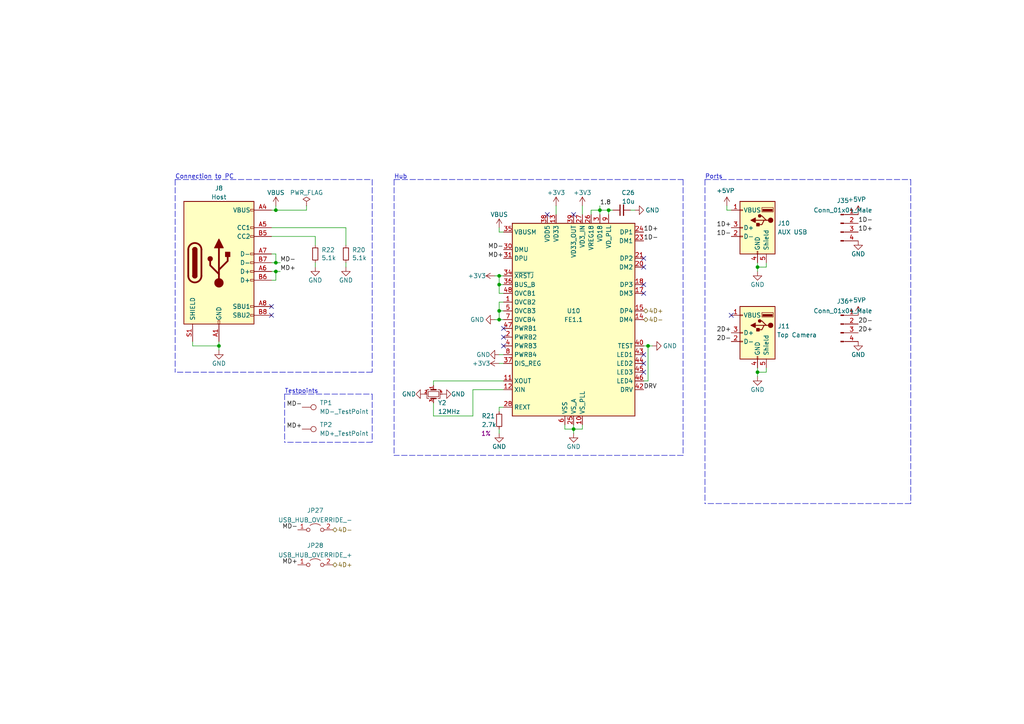
<source format=kicad_sch>
(kicad_sch (version 20211123) (generator eeschema)
  (paper "A4")
  (title_block (title "LumenPnP Motherboard") (date "2022-03-29") (rev "003") (company "Opulo"))
  (lib_symbols
    (symbol "Connector:Conn_01x04_Male" (pin_names (offset 1.016) hide)
      (property "Reference" "J" (at 0 5.08 0))
      (property "Value" "Conn_01x04_Male" (at 0 -7.62 0))
      (symbol "Conn_01x04_Male_1_1"
        (polyline (pts (xy 1.27 -5.08) (xy 0.8636 -5.08)) (stroke (width 0.1524)))
        (polyline (pts (xy 1.27 -2.54) (xy 0.8636 -2.54)) (stroke (width 0.1524)))
        (polyline (pts (xy 1.27 0) (xy 0.8636 0)) (stroke (width 0.1524)))
        (polyline (pts (xy 1.27 2.54) (xy 0.8636 2.54)) (stroke (width 0.1524)))
        (rectangle (start 0.8636 -4.953) (end 0 -5.207) (stroke (width 0.1524)) (fill (type outline)))
        (rectangle (start 0.8636 -2.413) (end 0 -2.667) (stroke (width 0.1524)) (fill (type outline)))
        (rectangle (start 0.8636 0.127) (end 0 -0.127) (stroke (width 0.1524)) (fill (type outline)))
        (rectangle (start 0.8636 2.667) (end 0 2.413) (stroke (width 0.1524)) (fill (type outline)))
        (pin passive line (at 5.08 2.54 180) (length 3.81) (name "Pin_1") (number "1"))
        (pin passive line (at 5.08 0 180) (length 3.81) (name "Pin_2") (number "2"))
        (pin passive line (at 5.08 -2.54 180) (length 3.81) (name "Pin_3") (number "3"))
        (pin passive line (at 5.08 -5.08 180) (length 3.81) (name "Pin_4") (number "4"))
      )
    )
    (symbol "Connector:TestPoint" (pin_numbers hide) (pin_names (offset 0.762) hide)
      (property "Reference" "TP" (at 0 6.858 0))
      (property "Value" "TestPoint" (at 0 5.08 0))
      (symbol "TestPoint_0_1"
        (circle (center 0 3.302) (radius 0.762))
      )
      (symbol "TestPoint_1_1"
        (pin passive line (at 0 0 90) (length 2.54) (name "1") (number "1"))
      )
    )
    (symbol "Connector:USB_A" (pin_names (offset 1.016))
      (property "Reference" "J" (at -5.08 11.43 0))
      (property "Value" "USB_A" (at -5.08 8.89 0))
      (symbol "USB_A_0_1"
        (rectangle (start -5.08 -7.62) (end 5.08 7.62) (stroke (width 0.254)) (fill (type background)))
        (circle (center -3.81 2.159) (radius 0.635) (stroke (width 0.254)) (fill (type outline)))
        (rectangle (start -1.524 4.826) (end -4.318 5.334) (fill (type outline)))
        (rectangle (start -1.27 4.572) (end -4.572 5.842))
        (circle (center -0.635 3.429) (radius 0.381) (stroke (width 0.254)) (fill (type outline)))
        (rectangle (start -0.127 -7.62) (end 0.127 -6.858))
        (polyline (pts (xy -3.175 2.159) (xy -2.54 2.159) (xy -1.27 3.429) (xy -0.635 3.429)) (stroke (width 0.254)))
        (polyline (pts (xy -2.54 2.159) (xy -1.905 2.159) (xy -1.27 0.889) (xy 0 0.889)) (stroke (width 0.254)))
        (polyline (pts (xy 0.635 2.794) (xy 0.635 1.524) (xy 1.905 2.159) (xy 0.635 2.794)) (stroke (width 0.254)) (fill (type outline)))
        (rectangle (start 0.254 1.27) (end -0.508 0.508) (stroke (width 0.254)) (fill (type outline)))
        (rectangle (start 5.08 -2.667) (end 4.318 -2.413))
        (rectangle (start 5.08 -0.127) (end 4.318 0.127))
        (rectangle (start 5.08 4.953) (end 4.318 5.207))
      )
      (symbol "USB_A_1_1"
        (polyline (pts (xy -1.905 2.159) (xy 0.635 2.159)) (stroke (width 0.254)))
        (pin power_in line (at 7.62 5.08 180) (length 2.54) (name "VBUS") (number "1"))
        (pin bidirectional line (at 7.62 -2.54 180) (length 2.54) (name "D-") (number "2"))
        (pin bidirectional line (at 7.62 0 180) (length 2.54) (name "D+") (number "3"))
        (pin power_in line (at 0 -10.16 90) (length 2.54) (name "GND") (number "4"))
        (pin passive line (at -2.54 -10.16 90) (length 2.54) (name "Shield") (number "5"))
      )
    )
    (symbol "Connector:USB_C_Receptacle_USB2.0" (pin_names (offset 1.016))
      (property "Reference" "J" (at -10.16 19.05 0))
      (property "Value" "USB_C_Receptacle_USB2.0" (at 19.05 19.05 0))
      (symbol "USB_C_Receptacle_USB2.0_0_0"
        (rectangle (start -0.254 -17.78) (end 0.254 -16.764))
        (rectangle (start 10.16 -14.986) (end 9.144 -15.494))
        (rectangle (start 10.16 -12.446) (end 9.144 -12.954))
        (rectangle (start 10.16 -4.826) (end 9.144 -5.334))
        (rectangle (start 10.16 -2.286) (end 9.144 -2.794))
        (rectangle (start 10.16 0.254) (end 9.144 -0.254))
        (rectangle (start 10.16 2.794) (end 9.144 2.286))
        (rectangle (start 10.16 7.874) (end 9.144 7.366))
        (rectangle (start 10.16 10.414) (end 9.144 9.906))
        (rectangle (start 10.16 15.494) (end 9.144 14.986))
      )
      (symbol "USB_C_Receptacle_USB2.0_0_1"
        (rectangle (start -10.16 17.78) (end 10.16 -17.78) (stroke (width 0.254)) (fill (type background)))
        (arc (start -8.89 -3.81) (mid -6.985 -5.715) (end -5.08 -3.81) (stroke (width 0.508)))
        (arc (start -7.62 -3.81) (mid -6.985 -4.445) (end -6.35 -3.81) (stroke (width 0.254)))
        (arc (start -7.62 -3.81) (mid -6.985 -4.445) (end -6.35 -3.81) (stroke (width 0.254)) (fill (type outline)))
        (rectangle (start -7.62 -3.81) (end -6.35 3.81) (stroke (width 0.254)) (fill (type outline)))
        (arc (start -6.35 3.81) (mid -6.985 4.445) (end -7.62 3.81) (stroke (width 0.254)))
        (arc (start -6.35 3.81) (mid -6.985 4.445) (end -7.62 3.81) (stroke (width 0.254)) (fill (type outline)))
        (arc (start -5.08 3.81) (mid -6.985 5.715) (end -8.89 3.81) (stroke (width 0.508)))
        (circle (center -2.54 1.143) (radius 0.635) (stroke (width 0.254)) (fill (type outline)))
        (circle (center 0 -5.842) (radius 1.27) (fill (type outline)))
        (polyline (pts (xy -8.89 -3.81) (xy -8.89 3.81)) (stroke (width 0.508)))
        (polyline (pts (xy -5.08 3.81) (xy -5.08 -3.81)) (stroke (width 0.508)))
        (polyline (pts (xy 0 -5.842) (xy 0 4.318)) (stroke (width 0.508)))
        (polyline (pts (xy 0 -3.302) (xy -2.54 -0.762) (xy -2.54 0.508)) (stroke (width 0.508)))
        (polyline (pts (xy 0 -2.032) (xy 2.54 0.508) (xy 2.54 1.778)) (stroke (width 0.508)))
        (polyline (pts (xy -1.27 4.318) (xy 0 6.858) (xy 1.27 4.318) (xy -1.27 4.318)) (stroke (width 0.254)) (fill (type outline)))
        (rectangle (start 1.905 1.778) (end 3.175 3.048) (stroke (width 0.254)) (fill (type outline)))
      )
      (symbol "USB_C_Receptacle_USB2.0_1_1"
        (pin passive line (at 0 -22.86 90) (length 5.08) (name "GND") (number "A1"))
        (pin passive line (at 0 -22.86 90) (length 5.08) hide (name "GND") (number "A12"))
        (pin passive line (at 15.24 15.24 180) (length 5.08) (name "VBUS") (number "A4"))
        (pin bidirectional line (at 15.24 10.16 180) (length 5.08) (name "CC1") (number "A5"))
        (pin bidirectional line (at 15.24 -2.54 180) (length 5.08) (name "D+") (number "A6"))
        (pin bidirectional line (at 15.24 2.54 180) (length 5.08) (name "D-") (number "A7"))
        (pin bidirectional line (at 15.24 -12.7 180) (length 5.08) (name "SBU1") (number "A8"))
        (pin passive line (at 15.24 15.24 180) (length 5.08) hide (name "VBUS") (number "A9"))
        (pin passive line (at 0 -22.86 90) (length 5.08) hide (name "GND") (number "B1"))
        (pin passive line (at 0 -22.86 90) (length 5.08) hide (name "GND") (number "B12"))
        (pin passive line (at 15.24 15.24 180) (length 5.08) hide (name "VBUS") (number "B4"))
        (pin bidirectional line (at 15.24 7.62 180) (length 5.08) (name "CC2") (number "B5"))
        (pin bidirectional line (at 15.24 -5.08 180) (length 5.08) (name "D+") (number "B6"))
        (pin bidirectional line (at 15.24 0 180) (length 5.08) (name "D-") (number "B7"))
        (pin bidirectional line (at 15.24 -15.24 180) (length 5.08) (name "SBU2") (number "B8"))
        (pin passive line (at 15.24 15.24 180) (length 5.08) hide (name "VBUS") (number "B9"))
        (pin passive line (at -7.62 -22.86 90) (length 5.08) (name "SHIELD") (number "S1"))
      )
    )
    (symbol "Device:C_Small" (pin_numbers hide) (pin_names (offset 0.254) hide)
      (property "Reference" "C" (at 0.254 1.778 0))
      (property "Value" "C_Small" (at 0.254 -2.032 0))
      (symbol "C_Small_0_1"
        (polyline (pts (xy -1.524 -0.508) (xy 1.524 -0.508)) (stroke (width 0.3302)))
        (polyline (pts (xy -1.524 0.508) (xy 1.524 0.508)) (stroke (width 0.3048)))
      )
      (symbol "C_Small_1_1"
        (pin passive line (at 0 2.54 270) (length 2.032) (name "~") (number "1"))
        (pin passive line (at 0 -2.54 90) (length 2.032) (name "~") (number "2"))
      )
    )
    (symbol "Device:Crystal_GND24_Small" (pin_names (offset 1.016) hide)
      (property "Reference" "Y" (at 1.27 4.445 0))
      (property "Value" "Crystal_GND24_Small" (at 1.27 2.54 0))
      (symbol "Crystal_GND24_Small_0_1"
        (rectangle (start -0.762 -1.524) (end 0.762 1.524))
        (polyline (pts (xy -1.27 -0.762) (xy -1.27 0.762)) (stroke (width 0.381)))
        (polyline (pts (xy 1.27 -0.762) (xy 1.27 0.762)) (stroke (width 0.381)))
        (polyline (pts (xy -1.27 -1.27) (xy -1.27 -1.905) (xy 1.27 -1.905) (xy 1.27 -1.27)))
        (polyline (pts (xy -1.27 1.27) (xy -1.27 1.905) (xy 1.27 1.905) (xy 1.27 1.27)))
      )
      (symbol "Crystal_GND24_Small_1_1"
        (pin passive line (at -2.54 0 0) (length 1.27) (name "1") (number "1"))
        (pin passive line (at 0 -2.54 90) (length 0.635) (name "2") (number "2"))
        (pin passive line (at 2.54 0 180) (length 1.27) (name "3") (number "3"))
        (pin passive line (at 0 2.54 270) (length 0.635) (name "4") (number "4"))
      )
    )
    (symbol "Device:R_Small" (pin_numbers hide) (pin_names (offset 0.254) hide)
      (property "Reference" "R" (at 0.762 0.508 0))
      (property "Value" "R_Small" (at 0.762 -1.016 0))
      (symbol "R_Small_0_1"
        (rectangle (start -0.762 1.778) (end 0.762 -1.778) (stroke (width 0.2032)))
      )
      (symbol "R_Small_1_1"
        (pin passive line (at 0 2.54 270) (length 0.762) (name "~") (number "1"))
        (pin passive line (at 0 -2.54 90) (length 0.762) (name "~") (number "2"))
      )
    )
    (symbol "Jumper:Jumper_2_Open" (pin_names (offset 0) hide)
      (property "Reference" "JP" (at 0 2.794 0))
      (property "Value" "Jumper_2_Open" (at 0 -2.286 0))
      (symbol "Jumper_2_Open_0_0"
        (circle (center -2.032 0) (radius 0.508))
        (circle (center 2.032 0) (radius 0.508))
      )
      (symbol "Jumper_2_Open_0_1"
        (arc (start 1.524 1.27) (mid 0 1.778) (end -1.524 1.27))
      )
      (symbol "Jumper_2_Open_1_1"
        (pin passive line (at -5.08 0 0) (length 2.54) (name "A") (number "1"))
        (pin passive line (at 5.08 0 180) (length 2.54) (name "B") (number "2"))
      )
    )
    (symbol "index:FE1.1"
      (property "Reference" "U" (at -13.97 26.67 0))
      (property "Value" "FE1.1" (at 15.24 27.94 0))
      (symbol "FE1.1_0_1"
        (rectangle (start -17.78 25.4) (end 17.78 -30.48) (stroke (width 0.254)) (fill (type background)))
      )
      (symbol "FE1.1_1_1"
        (pin input line (at -20.32 2.54 0) (length 2.54) (name "OVCB2") (number "1"))
        (pin power_in line (at 2.54 -33.02 90) (length 2.54) (name "VS_PLL") (number "10"))
        (pin output line (at -20.32 -20.32 0) (length 2.54) (name "XOUT") (number "11"))
        (pin input line (at -20.32 -22.86 0) (length 2.54) (name "XIN") (number "12"))
        (pin power_in line (at -5.08 27.94 270) (length 2.54) (name "VD33") (number "13"))
        (pin bidirectional line (at 20.32 -2.54 180) (length 2.54) (name "DM4") (number "14"))
        (pin bidirectional line (at 20.32 0 180) (length 2.54) (name "DP4") (number "15"))
        (pin passive line (at -2.54 -33.02 90) (length 2.54) hide (name "VSS") (number "16"))
        (pin bidirectional line (at 20.32 5.08 180) (length 2.54) (name "DM3") (number "17"))
        (pin bidirectional line (at 20.32 7.62 180) (length 2.54) (name "DP3") (number "18"))
        (pin passive line (at -5.08 27.94 270) (length 2.54) hide (name "VD33") (number "19"))
        (pin input line (at -20.32 -7.62 0) (length 2.54) (name "PWRB2") (number "2"))
        (pin bidirectional line (at 20.32 12.7 180) (length 2.54) (name "DM2") (number "20"))
        (pin bidirectional line (at 20.32 15.24 180) (length 2.54) (name "DP2") (number "21"))
        (pin passive line (at -2.54 -33.02 90) (length 2.54) hide (name "VSS") (number "22"))
        (pin bidirectional line (at 20.32 20.32 180) (length 2.54) (name "DM1") (number "23"))
        (pin bidirectional line (at 20.32 22.86 180) (length 2.54) (name "DP1") (number "24"))
        (pin power_in line (at 0 -33.02 90) (length 2.54) (name "VS_A") (number "25"))
        (pin power_out line (at 5.08 27.94 270) (length 2.54) (name "VREG18") (number "26"))
        (pin power_in line (at 2.54 27.94 270) (length 2.54) (name "VD3_IN") (number "27"))
        (pin passive line (at -20.32 -27.94 0) (length 2.54) (name "REXT") (number "28"))
        (pin passive line (at 7.62 27.94 270) (length 2.54) hide (name "VD18") (number "29"))
        (pin power_in line (at 7.62 27.94 270) (length 2.54) (name "VD18") (number "3"))
        (pin bidirectional line (at -20.32 17.78 0) (length 2.54) (name "DMU") (number "30"))
        (pin bidirectional line (at -20.32 15.24 0) (length 2.54) (name "DPU") (number "31"))
        (pin passive line (at -5.08 27.94 270) (length 2.54) hide (name "VD33") (number "32"))
        (pin passive line (at -2.54 -33.02 90) (length 2.54) hide (name "VSS") (number "33"))
        (pin input line (at -20.32 10.16 0) (length 2.54) (name "~{XRSTJ}") (number "34"))
        (pin input line (at -20.32 22.86 0) (length 2.54) (name "VBUSM") (number "35"))
        (pin input line (at -20.32 7.62 0) (length 2.54) (name "BUS_B") (number "36"))
        (pin input line (at -20.32 -15.24 0) (length 2.54) (name "DIS_REG") (number "37"))
        (pin power_in line (at -7.62 27.94 270) (length 2.54) (name "VDD5") (number "38"))
        (pin power_out line (at 0 27.94 270) (length 2.54) (name "VD33_OUT") (number "39"))
        (pin input line (at -20.32 -10.16 0) (length 2.54) (name "PWRB3") (number "4"))
        (pin input line (at 20.32 -10.16 180) (length 2.54) (name "TEST") (number "40"))
        (pin passive line (at -5.08 27.94 270) (length 2.54) hide (name "VD33") (number "41"))
        (pin passive line (at 20.32 -22.86 180) (length 2.54) (name "DRV") (number "42"))
        (pin passive line (at 20.32 -12.7 180) (length 2.54) (name "LED1") (number "43"))
        (pin passive line (at 20.32 -15.24 180) (length 2.54) (name "LED2") (number "44"))
        (pin passive line (at 20.32 -17.78 180) (length 2.54) (name "LED3") (number "45"))
        (pin passive line (at 20.32 -20.32 180) (length 2.54) (name "LED4") (number "46"))
        (pin input line (at -20.32 -5.08 0) (length 2.54) (name "PWRB1") (number "47"))
        (pin input line (at -20.32 5.08 0) (length 2.54) (name "OVCB1") (number "48"))
        (pin input line (at -20.32 0 0) (length 2.54) (name "OVCB3") (number "5"))
        (pin power_in line (at -2.54 -33.02 90) (length 2.54) (name "VSS") (number "6"))
        (pin input line (at -20.32 -2.54 0) (length 2.54) (name "OVCB4") (number "7"))
        (pin input line (at -20.32 -12.7 0) (length 2.54) (name "PWRB4") (number "8"))
        (pin power_in line (at 10.16 27.94 270) (length 2.54) (name "VD_PLL") (number "9"))
      )
    )
    (symbol "power:+3.3V" (power) (pin_names (offset 0))
      (property "Value" "+3.3V" (at 0 3.556 0))
      (symbol "+3.3V_0_1"
        (polyline (pts (xy -0.762 1.27) (xy 0 2.54)))
        (polyline (pts (xy 0 0) (xy 0 2.54)))
        (polyline (pts (xy 0 2.54) (xy 0.762 1.27)))
      )
      (symbol "+3.3V_1_1"
        (pin power_in line (at 0 0 90) (length 0) hide (name "+3V3") (number "1"))
      )
    )
    (symbol "power:+5VP" (power) (pin_names (offset 0))
      (property "Value" "+5VP" (at 0 3.556 0))
      (symbol "+5VP_0_1"
        (polyline (pts (xy -0.762 1.27) (xy 0 2.54)))
        (polyline (pts (xy 0 0) (xy 0 2.54)))
        (polyline (pts (xy 0 2.54) (xy 0.762 1.27)))
      )
      (symbol "+5VP_1_1"
        (pin power_in line (at 0 0 90) (length 0) hide (name "+5VP") (number "1"))
      )
    )
    (symbol "power:GND" (power) (pin_names (offset 0))
      (property "Value" "GND" (at 0 -3.81 0))
      (symbol "GND_0_1"
        (polyline (pts (xy 0 0) (xy 0 -1.27) (xy 1.27 -1.27) (xy 0 -2.54) (xy -1.27 -1.27) (xy 0 -1.27)))
      )
      (symbol "GND_1_1"
        (pin power_in line (at 0 0 270) (length 0) hide (name "GND") (number "1"))
      )
    )
    (symbol "power:PWR_FLAG" (power) (pin_numbers hide) (pin_names (offset 0) hide)
      (property "Value" "PWR_FLAG" (at 0 3.81 0))
      (symbol "PWR_FLAG_0_0"
        (pin power_out line (at 0 0 90) (length 0) (name "pwr") (number "1"))
      )
      (symbol "PWR_FLAG_0_1"
        (polyline (pts (xy 0 0) (xy 0 1.27) (xy -1.016 1.905) (xy 0 2.54) (xy 1.016 1.905) (xy 0 1.27)))
      )
    )
    (symbol "power:VBUS" (power) (pin_names (offset 0))
      (property "Value" "VBUS" (at 0 3.81 0))
      (symbol "VBUS_0_1"
        (polyline (pts (xy -0.762 1.27) (xy 0 2.54)))
        (polyline (pts (xy 0 0) (xy 0 2.54)))
        (polyline (pts (xy 0 2.54) (xy 0.762 1.27)))
      )
      (symbol "VBUS_1_1"
        (pin power_in line (at 0 0 90) (length 0) hide (name "VBUS") (number "1"))
      )
    )
  )
  (junction (at 144.78 92.71))
  (junction (at 144.78 90.17))
  (junction (at 80.01 60.96))
  (junction (at 80.01 78.74))
  (junction (at 144.78 80.01))
  (junction (at 173.99 60.96))
  (junction (at 219.71 77.47))
  (junction (at 219.71 107.95))
  (junction (at 166.37 124.46))
  (junction (at 176.53 60.96))
  (junction (at 63.5 100.33))
  (junction (at 80.01 76.2))
  (junction (at 187.96 100.33))
  (junction (at 144.78 82.55))
  (no_connect (at 146.05 97.79))
  (no_connect (at 186.69 105.41))
  (no_connect (at 212.09 91.44))
  (no_connect (at 78.74 91.44))
  (no_connect (at 186.69 102.87))
  (no_connect (at 78.74 88.9))
  (no_connect (at 146.05 95.25))
  (no_connect (at 158.75 62.23))
  (no_connect (at 146.05 100.33))
  (no_connect (at 186.69 74.93))
  (no_connect (at 186.69 77.47))
  (no_connect (at 186.69 82.55))
  (no_connect (at 186.69 85.09))
  (no_connect (at 166.37 62.23))
  (no_connect (at 186.69 107.95))
  (wire (pts (xy 55.88 99.06) (xy 55.88 100.33)))
  (wire (pts (xy 219.71 77.47) (xy 222.25 77.47)))
  (wire (pts (xy 125.73 116.84) (xy 125.73 120.65)))
  (wire (pts (xy 173.99 60.96) (xy 176.53 60.96)))
  (polyline (pts (xy 107.95 52.07) (xy 107.95 107.95)))
  (wire (pts (xy 63.5 99.06) (xy 63.5 100.33)))
  (wire (pts (xy 125.73 120.65) (xy 137.16 120.65)))
  (wire (pts (xy 146.05 67.31) (xy 144.78 67.31)))
  (polyline (pts (xy 204.47 52.07) (xy 264.16 52.07)))
  (wire (pts (xy 144.78 85.09) (xy 146.05 85.09)))
  (wire (pts (xy 137.16 113.03) (xy 146.05 113.03)))
  (wire (pts (xy 176.53 60.96) (xy 177.8 60.96)))
  (wire (pts (xy 219.71 107.95) (xy 219.71 109.22)))
  (wire (pts (xy 78.74 66.04) (xy 100.33 66.04)))
  (wire (pts (xy 80.01 60.96) (xy 78.74 60.96)))
  (wire (pts (xy 80.01 76.2) (xy 81.28 76.2)))
  (polyline (pts (xy 114.3 52.07) (xy 114.3 132.08)))
  (polyline (pts (xy 82.55 114.3) (xy 82.55 128.27)))
  (wire (pts (xy 187.96 100.33) (xy 189.23 100.33)))
  (wire (pts (xy 144.78 80.01) (xy 146.05 80.01)))
  (wire (pts (xy 146.05 110.49) (xy 125.73 110.49)))
  (wire (pts (xy 144.78 90.17) (xy 144.78 92.71)))
  (wire (pts (xy 144.78 124.46) (xy 144.78 125.73)))
  (wire (pts (xy 222.25 106.68) (xy 222.25 107.95)))
  (wire (pts (xy 222.25 107.95) (xy 219.71 107.95)))
  (wire (pts (xy 144.78 87.63) (xy 144.78 90.17)))
  (polyline (pts (xy 204.47 52.07) (xy 204.47 146.05)))
  (wire (pts (xy 137.16 120.65) (xy 137.16 113.03)))
  (wire (pts (xy 144.78 118.11) (xy 144.78 119.38)))
  (wire (pts (xy 173.99 60.96) (xy 173.99 62.23)))
  (wire (pts (xy 219.71 106.68) (xy 219.71 107.95)))
  (wire (pts (xy 80.01 78.74) (xy 81.28 78.74)))
  (wire (pts (xy 80.01 81.28) (xy 78.74 81.28)))
  (wire (pts (xy 163.83 124.46) (xy 166.37 124.46)))
  (wire (pts (xy 222.25 76.2) (xy 222.25 77.47)))
  (wire (pts (xy 91.44 68.58) (xy 78.74 68.58)))
  (wire (pts (xy 146.05 90.17) (xy 144.78 90.17)))
  (wire (pts (xy 182.88 60.96) (xy 184.15 60.96)))
  (wire (pts (xy 219.71 77.47) (xy 219.71 78.74)))
  (wire (pts (xy 91.44 71.12) (xy 91.44 68.58)))
  (wire (pts (xy 171.45 60.96) (xy 173.99 60.96)))
  (wire (pts (xy 100.33 66.04) (xy 100.33 71.12)))
  (wire (pts (xy 78.74 76.2) (xy 80.01 76.2)))
  (polyline (pts (xy 50.8 52.07) (xy 50.8 107.95)))
  (wire (pts (xy 168.91 59.69) (xy 168.91 62.23)))
  (wire (pts (xy 210.82 59.69) (xy 210.82 60.96)))
  (polyline (pts (xy 107.95 114.3) (xy 107.95 128.27)))
  (wire (pts (xy 63.5 100.33) (xy 55.88 100.33)))
  (wire (pts (xy 187.96 110.49) (xy 187.96 100.33)))
  (wire (pts (xy 166.37 124.46) (xy 168.91 124.46)))
  (wire (pts (xy 144.78 82.55) (xy 144.78 85.09)))
  (polyline (pts (xy 82.55 114.3) (xy 107.95 114.3)))
  (wire (pts (xy 125.73 110.49) (xy 125.73 111.76)))
  (wire (pts (xy 168.91 123.19) (xy 168.91 124.46)))
  (polyline (pts (xy 107.95 107.95) (xy 50.8 107.95)))
  (wire (pts (xy 163.83 123.19) (xy 163.83 124.46)))
  (wire (pts (xy 143.51 80.01) (xy 144.78 80.01)))
  (polyline (pts (xy 264.16 52.07) (xy 264.16 146.05)))
  (wire (pts (xy 146.05 87.63) (xy 144.78 87.63)))
  (wire (pts (xy 80.01 59.69) (xy 80.01 60.96)))
  (wire (pts (xy 173.99 59.69) (xy 173.99 60.96)))
  (wire (pts (xy 144.78 105.41) (xy 146.05 105.41)))
  (polyline (pts (xy 264.16 146.05) (xy 204.47 146.05)))
  (wire (pts (xy 161.29 59.69) (xy 161.29 62.23)))
  (wire (pts (xy 171.45 62.23) (xy 171.45 60.96)))
  (wire (pts (xy 80.01 78.74) (xy 80.01 81.28)))
  (polyline (pts (xy 198.12 132.08) (xy 114.3 132.08)))
  (wire (pts (xy 80.01 60.96) (xy 88.9 60.96)))
  (wire (pts (xy 78.74 73.66) (xy 80.01 73.66)))
  (wire (pts (xy 176.53 60.96) (xy 176.53 62.23)))
  (wire (pts (xy 144.78 102.87) (xy 146.05 102.87)))
  (wire (pts (xy 219.71 76.2) (xy 219.71 77.47)))
  (wire (pts (xy 166.37 124.46) (xy 166.37 125.73)))
  (wire (pts (xy 88.9 59.69) (xy 88.9 60.96)))
  (polyline (pts (xy 50.8 52.07) (xy 107.95 52.07)))
  (wire (pts (xy 186.69 100.33) (xy 187.96 100.33)))
  (wire (pts (xy 146.05 118.11) (xy 144.78 118.11)))
  (wire (pts (xy 143.51 92.71) (xy 144.78 92.71)))
  (wire (pts (xy 144.78 92.71) (xy 146.05 92.71)))
  (wire (pts (xy 63.5 100.33) (xy 63.5 101.6)))
  (wire (pts (xy 186.69 110.49) (xy 187.96 110.49)))
  (wire (pts (xy 144.78 80.01) (xy 144.78 82.55)))
  (wire (pts (xy 210.82 60.96) (xy 212.09 60.96)))
  (polyline (pts (xy 114.3 52.07) (xy 198.12 52.07)))
  (wire (pts (xy 78.74 78.74) (xy 80.01 78.74)))
  (wire (pts (xy 91.44 76.2) (xy 91.44 77.47)))
  (polyline (pts (xy 198.12 52.07) (xy 198.12 132.08)))
  (wire (pts (xy 144.78 67.31) (xy 144.78 66.04)))
  (wire (pts (xy 80.01 73.66) (xy 80.01 76.2)))
  (wire (pts (xy 166.37 123.19) (xy 166.37 124.46)))
  (wire (pts (xy 100.33 76.2) (xy 100.33 77.47)))
  (polyline (pts (xy 107.95 128.27) (xy 82.55 128.27)))
  (wire (pts (xy 144.78 82.55) (xy 146.05 82.55)))
  (text "Hub" (at 114.3 52.07 0) (effects (font (size 1.27 1.27)) (justify left bottom)))
  (text "Testpoints" (at 82.55 114.3 0) (effects (font (size 1.27 1.27)) (justify left bottom)))
  (text "Ports" (at 204.47 52.07 0) (effects (font (size 1.27 1.27)) (justify left bottom)))
  (text "Connection to PC" (at 50.8 52.07 0) (effects (font (size 1.27 1.27)) (justify left bottom)))
  (label "MD-" (at 86.36 153.67 180))
  (label "MD-" (at 146.05 72.39 180))
  (label "MD-" (at 81.28 76.2 0))
  (label "1D+" (at 212.09 66.04 180))
  (label "1D+" (at 248.92 67.31 0))
  (label "1.8" (at 173.99 59.69 0))
  (label "1D-" (at 186.69 69.85 0))
  (label "MD-" (at 87.63 118.11 180))
  (label "DRV" (at 186.69 113.03 0))
  (label "MD+" (at 146.05 74.93 180))
  (label "2D+" (at 248.92 96.52 0))
  (label "1D+" (at 186.69 67.31 0))
  (label "1D-" (at 212.09 68.58 180))
  (label "2D-" (at 212.09 99.06 180))
  (label "MD+" (at 87.63 124.46 180))
  (label "1D-" (at 248.92 64.77 0))
  (label "2D+" (at 212.09 96.52 180))
  (label "2D-" (at 248.92 93.98 0))
  (label "MD+" (at 81.28 78.74 0))
  (label "MD+" (at 86.36 163.83 180))
  (hierarchical_label "4D-" (shape bidirectional) (at 96.52 153.67 0))
  (hierarchical_label "4D-" (shape bidirectional) (at 186.69 92.71 0))
  (hierarchical_label "4D+" (shape bidirectional) (at 186.69 90.17 0))
  (hierarchical_label "4D+" (shape bidirectional) (at 96.52 163.83 0))
  (symbol (lib_id "Device:C_Small") (at 180.34 60.96 90) (unit 1)
    (property "Reference" "C26" (at 184.15 55.88 90) (effects (justify left)))
    (property "Value" "10u" (at 184.15 58.42 90) (effects (justify left)))
    (property "Footprint" "Capacitor_SMD:C_0805_2012Metric" (effects hide))
    (property "Digikey" "490-18663-1-ND" (effects hide))
    (property "JLCPCB" "C15850" (effects hide))
    (property "LCSC" "C17024" (effects hide))
    (property "Mouser" "81-GRM21BR61H106KE3L" (effects hide))
  )
  (symbol (lib_id "power:GND") (at 184.15 60.96 90) (unit 1)
    (property "Reference" "#PWR0134" (effects hide))
    (property "Value" "GND" (at 189.23 60.96 90))
  )
  (symbol (lib_id "Device:Crystal_GND24_Small") (at 125.73 114.3 270) (unit 1)
    (property "Reference" "Y2" (at 127 116.84 90) (effects (justify left)))
    (property "Value" "12MHz" (at 127 119.38 90) (effects (justify left)))
    (property "Footprint" "Crystal:Crystal_SMD_3225-4Pin_3.2x2.5mm" (effects hide))
    (property "JLCPCB" "C9002" (effects hide))
    (property "LCSC" "C9002" (effects hide))
  )
  (symbol (lib_id "power:GND") (at 219.71 109.22 0) (mirror y) (unit 1)
    (property "Reference" "#PWR0140" (effects hide))
    (property "Value" "GND" (at 219.71 113.03 0))
  )
  (symbol (lib_id "power:GND") (at 128.27 114.3 90) (unit 1)
    (property "Reference" "#PWR0121" (effects hide))
    (property "Value" "GND" (at 130.81 114.3 90) (effects (justify right)))
  )
  (symbol (lib_id "power:GND") (at 123.19 114.3 270) (unit 1)
    (property "Reference" "#PWR0120" (effects hide))
    (property "Value" "GND" (at 120.65 114.3 90) (effects (justify right)))
  )
  (symbol (lib_id "Connector:USB_A") (at 219.71 66.04 0) (mirror y) (unit 1)
    (property "Reference" "J10" (at 227.33 64.77 0))
    (property "Value" "AUX USB" (at 229.87 67.31 0))
    (property "Footprint" "Connector_USB:USB_A_Stewart_SS-52100-001_Horizontal" (effects hide))
    (property "Datasheet" " ~" (effects hide))
    (property "JLCPCB" "C503996" (effects hide))
    (property "LCSC" "C503996" (effects hide))
    (property "Digikey" "2987-CU01SAH0S00-ND" (effects hide))
    (property "Mouser" "649-87520-0012BLF" (effects hide))
  )
  (symbol (lib_id "Connector:USB_A") (at 219.71 96.52 0) (mirror y) (unit 1)
    (property "Reference" "J11" (at 227.33 94.615 0))
    (property "Value" "Top Camera" (at 231.14 97.155 0))
    (property "Footprint" "Connector_USB:USB_A_Stewart_SS-52100-001_Horizontal" (effects hide))
    (property "Datasheet" " ~" (effects hide))
    (property "JLCPCB" "C503996" (effects hide))
    (property "LCSC" "C503996" (effects hide))
    (property "Digikey" "2987-CU01SAH0S00-ND" (effects hide))
    (property "Mouser" "649-87520-0012BLF" (effects hide))
  )
  (symbol (lib_id "Device:R_Small") (at 144.78 121.92 0) (unit 1)
    (property "Reference" "R21" (at 139.7 120.65 0) (effects (justify left)))
    (property "Value" "2.7k" (at 139.7 123.19 0) (effects (justify left)))
    (property "Footprint" "Resistor_SMD:R_0805_2012Metric" (effects hide))
    (property "Digikey" "A129754CT-ND" (effects hide))
    (property "JLCPCB" "C17530" (effects hide))
    (property "LCSC" "C139909" (effects hide))
    (property "Mouser" "652-CR0805FX-2701ELF" (effects hide))
    (property "Notes" "1%" (at 140.97 125.73 0))
  )
  (symbol (lib_id "power:GND") (at 144.78 125.73 0) (unit 1)
    (property "Reference" "#PWR0125" (effects hide))
    (property "Value" "GND" (at 144.78 129.54 0))
  )
  (symbol (lib_id "power:GND") (at 166.37 125.73 0) (unit 1)
    (property "Reference" "#PWR0130" (effects hide))
    (property "Value" "GND" (at 166.37 129.54 0))
  )
  (symbol (lib_id "power:+3.3V") (at 161.29 59.69 0) (unit 1)
    (property "Reference" "#PWR0129" (effects hide))
    (property "Value" "+3.3V" (at 161.29 55.88 0))
  )
  (symbol (lib_id "Connector:USB_C_Receptacle_USB2.0") (at 63.5 76.2 0) (unit 1)
    (property "Reference" "J8" (at 63.5 54.61 0))
    (property "Value" "Host" (at 63.5 57.15 0))
    (property "Footprint" "Connector_USB:USB_C_Receptacle_Palconn_UTC16-G" (effects hide))
    (property "Datasheet" "https://www.usb.org/sites/default/files/documents/usb_type-c.zip" (effects hide))
    (property "LCSC" "C165948" (effects hide))
    (property "Digikey" "2073-USB4105-GF-ACT-ND" (effects hide))
    (property "JLCPCB" "C165948" (effects hide))
  )
  (symbol (lib_id "power:GND") (at 63.5 101.6 0) (unit 1)
    (property "Reference" "#PWR0118" (effects hide))
    (property "Value" "GND" (at 63.5 105.41 0))
  )
  (symbol (lib_id "Device:R_Small") (at 100.33 73.66 0) (unit 1)
    (property "Reference" "R20" (at 102.108 72.4916 0) (effects (justify left)))
    (property "Value" "5.1k" (at 102.108 74.803 0) (effects (justify left)))
    (property "Footprint" "Resistor_SMD:R_0805_2012Metric" (effects hide))
    (property "Datasheet" "https://www.vishay.com/docs/28773/crcwce3.pdf" (effects hide))
    (property "JLCPCB" " C27834" (effects hide))
    (property "LCSC" "C115337" (effects hide))
    (property "Digikey" "541-CRCW08055K10FKEACCT-ND" (effects hide))
    (property "Mouser" "71-CRCW08055K10FKEAC" (effects hide))
  )
  (symbol (lib_id "power:GND") (at 100.33 77.47 0) (unit 1)
    (property "Reference" "#PWR0122" (effects hide))
    (property "Value" "GND" (at 100.33 81.28 0))
  )
  (symbol (lib_id "Device:R_Small") (at 91.44 73.66 0) (unit 1)
    (property "Reference" "R22" (at 93.218 72.4916 0) (effects (justify left)))
    (property "Value" "5.1k" (at 93.218 74.803 0) (effects (justify left)))
    (property "Footprint" "Resistor_SMD:R_0805_2012Metric" (effects hide))
    (property "Datasheet" "https://www.vishay.com/docs/28773/crcwce3.pdf" (effects hide))
    (property "JLCPCB" " C27834" (effects hide))
    (property "LCSC" "C115337" (effects hide))
    (property "Digikey" "541-CRCW08055K10FKEACCT-ND" (effects hide))
    (property "Mouser" "71-CRCW08055K10FKEAC" (effects hide))
  )
  (symbol (lib_id "power:GND") (at 91.44 77.47 0) (unit 1)
    (property "Reference" "#PWR0126" (effects hide))
    (property "Value" "GND" (at 91.44 81.28 0))
  )
  (symbol (lib_id "power:GND") (at 144.78 102.87 270) (unit 1)
    (property "Reference" "#PWR0127" (effects hide))
    (property "Value" "GND" (at 142.24 102.87 90) (effects (justify right)))
  )
  (symbol (lib_id "power:GND") (at 189.23 100.33 90) (unit 1)
    (property "Reference" "#PWR0133" (effects hide))
    (property "Value" "GND" (at 194.31 100.33 90))
  )
  (symbol (lib_id "power:+3.3V") (at 168.91 59.69 0) (unit 1)
    (property "Reference" "#PWR0131" (effects hide))
    (property "Value" "+3.3V" (at 168.91 55.88 0))
  )
  (symbol (lib_id "power:+3.3V") (at 144.78 105.41 90) (unit 1)
    (property "Reference" "#PWR0128" (effects hide))
    (property "Value" "+3.3V" (at 142.24 105.41 90) (effects (justify left)))
  )
  (symbol (lib_id "power:+3.3V") (at 143.51 80.01 90) (unit 1)
    (property "Reference" "#PWR0124" (effects hide))
    (property "Value" "+3.3V" (at 140.97 80.01 90) (effects (justify left)))
  )
  (symbol (lib_id "power:GND") (at 143.51 92.71 270) (unit 1)
    (property "Reference" "#PWR0123" (effects hide))
    (property "Value" "GND" (at 138.43 92.71 90))
  )
  (symbol (lib_id "power:VBUS") (at 80.01 59.69 0) (unit 1)
    (property "Reference" "#PWR0119" (effects hide))
    (property "Value" "VBUS" (at 80.01 55.88 0))
  )
  (symbol (lib_id "power:PWR_FLAG") (at 88.9 59.69 0) (unit 1)
    (property "Reference" "#FLG023" (effects hide))
    (property "Value" "PWR_FLAG" (at 88.9 55.88 0))
  )
  (symbol (lib_id "index:FE1.1") (at 166.37 90.17 0) (unit 1)
    (property "Reference" "U10" (at 166.37 90.17 0))
    (property "Value" "FE1.1" (at 166.37 92.71 0))
    (property "Footprint" "Package_QFP:LQFP-48_7x7mm_P0.5mm" (effects hide))
    (property "Datasheet" "https://elinux.org/images/e/ee/FE11-datasheet.pdf" (effects hide))
    (property "JLCPCB" "C28958" (effects hide))
    (property "LCSC" "C28958" (effects hide))
    (property "Mouser" "701-XR22414CV48TR-F" (effects hide))
    (property "Digikey" "1016-2188-1-ND" (effects hide))
  )
  (symbol (lib_id "power:GND") (at 219.71 78.74 0) (mirror y) (unit 1)
    (property "Reference" "#PWR0137" (effects hide))
    (property "Value" "GND" (at 219.71 82.55 0))
  )
  (symbol (lib_id "power:+5VP") (at 210.82 59.69 0) (mirror y) (unit 1)
    (property "Reference" "#PWR0139" (effects hide))
    (property "Value" "+5VP" (at 210.439 55.2958 0))
  )
  (symbol (lib_id "Connector:TestPoint") (at 87.63 118.11 270) (unit 1)
    (property "Reference" "TP1" (at 92.71 116.84 90) (effects (justify left)))
    (property "Value" "MD-_TestPoint" (at 92.71 119.38 90) (effects (justify left)))
    (property "Footprint" "TestPoint:TestPoint_Pad_D2.0mm" (effects hide))
  )
  (symbol (lib_id "Connector:TestPoint") (at 87.63 124.46 270) (unit 1)
    (property "Reference" "TP2" (at 92.71 123.19 90) (effects (justify left)))
    (property "Value" "MD+_TestPoint" (at 92.71 125.73 90) (effects (justify left)))
    (property "Footprint" "TestPoint:TestPoint_Pad_D2.0mm" (effects hide))
  )
  (symbol (lib_id "power:GND") (at 248.92 69.85 0) (mirror y) (unit 1)
    (property "Reference" "#PWR0260" (effects hide))
    (property "Value" "GND" (at 248.92 73.66 0))
  )
  (symbol (lib_id "power:GND") (at 248.92 99.06 0) (mirror y) (unit 1)
    (property "Reference" "#PWR0258" (effects hide))
    (property "Value" "GND" (at 248.92 102.87 0))
  )
  (symbol (lib_id "power:VBUS") (at 144.78 66.04 0) (unit 1)
    (property "Reference" "#PWR0108" (effects hide))
    (property "Value" "VBUS" (at 144.78 62.23 0))
  )
  (symbol (lib_id "power:+5VP") (at 248.92 91.44 0) (mirror y) (unit 1)
    (property "Reference" "#PWR0259" (effects hide))
    (property "Value" "+5VP" (at 248.539 87.0458 0))
  )
  (symbol (lib_id "power:+5VP") (at 248.92 62.23 0) (mirror y) (unit 1)
    (property "Reference" "#PWR0261" (effects hide))
    (property "Value" "+5VP" (at 248.539 57.8358 0))
  )
  (symbol (lib_id "Connector:Conn_01x04_Male") (at 243.84 64.77 0) (unit 1)
    (property "Reference" "J35" (at 244.475 58.1873 0))
    (property "Value" "Conn_01x04_Male" (at 244.475 60.9624 0))
    (property "Footprint" "Connector_JST:JST_XH_B4B-XH-A_1x04_P2.50mm_Vertical" (effects hide))
  )
  (symbol (lib_id "Jumper:Jumper_2_Open") (at 91.44 163.83 0) (unit 1)
    (property "Reference" "JP28" (at 91.44 158.2125 0))
    (property "Value" "USB_HUB_OVERRIDE_+" (at 91.44 160.9876 0))
    (property "Footprint" "Resistor_SMD:R_0805_2012Metric_Pad1.20x1.40mm_HandSolder" (effects hide))
  )
  (symbol (lib_id "Connector:Conn_01x04_Male") (at 243.84 93.98 0) (unit 1)
    (property "Reference" "J36" (at 244.475 87.3973 0))
    (property "Value" "Conn_01x04_Male" (at 244.475 90.1724 0))
    (property "Footprint" "Connector_JST:JST_XH_B4B-XH-A_1x04_P2.50mm_Vertical" (effects hide))
  )
  (symbol (lib_id "Jumper:Jumper_2_Open") (at 91.44 153.67 0) (unit 1)
    (property "Reference" "JP27" (at 91.44 148.0525 0))
    (property "Value" "USB_HUB_OVERRIDE_-" (at 91.44 150.8276 0))
    (property "Footprint" "Resistor_SMD:R_0805_2012Metric_Pad1.20x1.40mm_HandSolder" (effects hide))
  )
)
</source>
